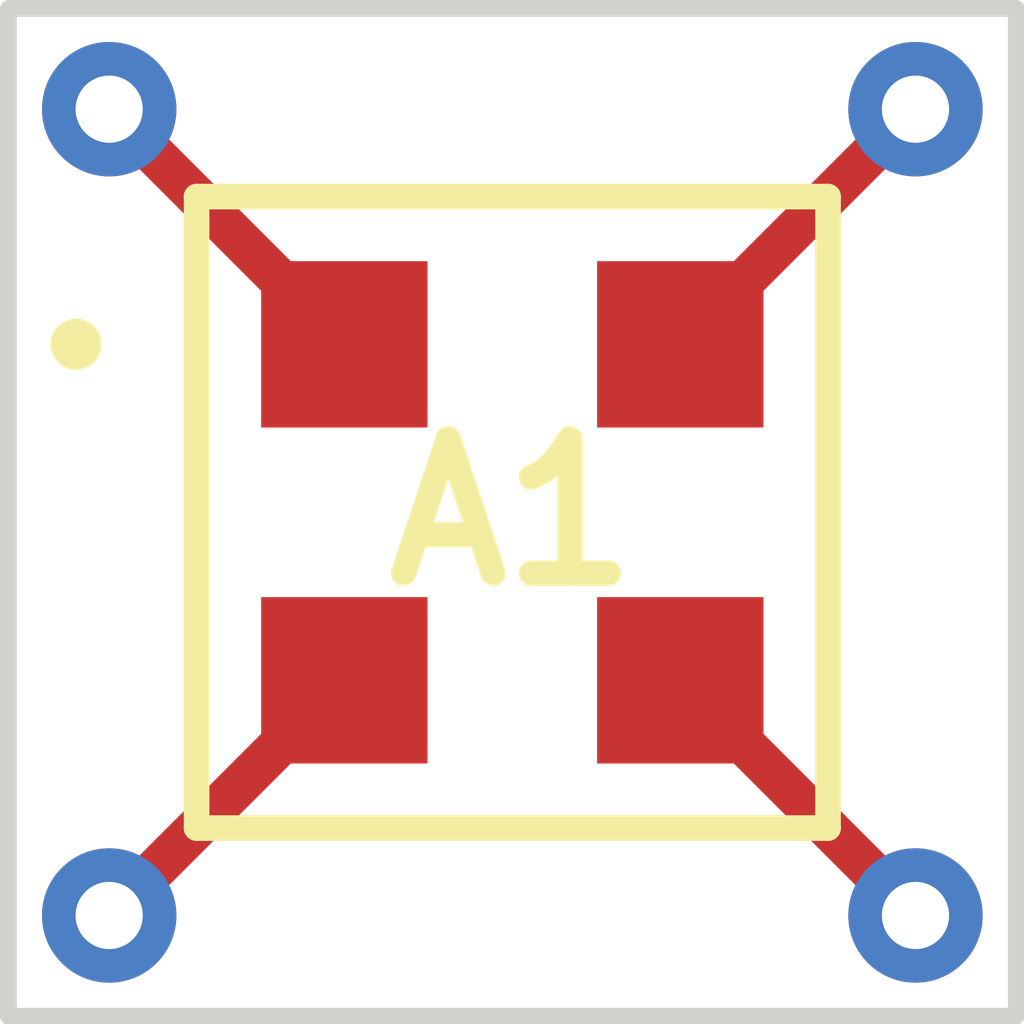
<source format=kicad_pcb>
(kicad_pcb (version 20221018) (generator pcbnew)
  (layers (0 "F.Cu" signal) (31 "B.Cu" signal) (34 "B.Paste" user) (35 "F.Paste" user) (36 "B.SilkS" user "B.Silkscreen") (37 "F.SilkS" user "F.Silkscreen") (38 "B.Mask" user) (39 "F.Mask" user) (44 "Edge.Cuts" user))
  (net 0 "")
  (footprint "NanoFloat Pressure Sensor:Pressure Sensor Footprint" (layer "F.Cu") (at 167.999999 63.999999)
    (fp_text reference "A1" (at 0 0 unlocked) (layer "F.SilkS") (effects (font (size 0.8 0.8))))
    (fp_text value "Pressure Sensor Footprint" hide)
    (fp_line (start -1.8796 -1.8796) (end -1.8796 1.8796) (stroke (width 0.1524)) (layer "F.SilkS"))
    (fp_line (start -1.8796 1.8796) (end 1.8796 1.8796) (stroke (width 0.1524)) (layer "F.SilkS"))
    (fp_line (start 1.8796 -1.8796) (end -1.8796 -1.8796) (stroke (width 0.1524)) (layer "F.SilkS"))
    (fp_line (start 1.8796 1.8796) (end 1.8796 -1.8796) (stroke (width 0.1524)) (layer "F.SilkS"))
    (fp_circle (center -2.5969 -1) (end -2.5207 -1) (stroke (width 0.1524)) (fill none) (layer "F.SilkS"))
    (pad "1" smd rect (at -1.000001 -1.000001) (size 0.9906 0.9906) (layers "F.Cu" "F.Paste" "F.Mask"))
    (pad "2" smd rect (at -1.000001 1.000001) (size 0.9906 0.9906) (layers "F.Cu" "F.Paste" "F.Mask"))
    (pad "3" smd rect (at 1.000001 1.000001) (size 0.9906 0.9906) (layers "F.Cu" "F.Paste" "F.Mask"))
    (pad "4" smd rect (at 1.000001 -1.000001) (size 0.9906 0.9906) (layers "F.Cu" "F.Paste" "F.Mask"))
  )
  (gr_rect (start 165 61) (end 171 67) (stroke (width 0.1)) (fill none) (layer "Edge.Cuts"))
  (segment (start 166.999998 62.999998) (end 165.6 61.6) (width 0.25) (layer "F.Cu") (net 0))
  (segment (start 166.999998 65.000002) (end 165.6 66.4) (width 0.25) (layer "F.Cu") (net 0))
  (segment (start 169.000002 62.999998) (end 170.4 61.6) (width 0.25) (layer "F.Cu") (net 0))
  (segment (start 166.999998 65) (end 166.999998 65.000002) (width 0.25) (layer "F.Cu") (net 0))
  (segment (start 169 65) (end 170.4 66.4) (width 0.25) (layer "F.Cu") (net 0))
  (segment (start 169 62.999998) (end 169.000002 62.999998) (width 0.25) (layer "F.Cu") (net 0))
  (via (at 165.6 61.6) (size 0.8) (drill 0.4) (layers "F.Cu" "B.Cu") (net 0))
  (via (at 170.4 61.6) (size 0.8) (drill 0.4) (layers "F.Cu" "B.Cu") (net 0))
  (via (at 165.6 66.4) (size 0.8) (drill 0.4) (layers "F.Cu" "B.Cu") (net 0))
  (via (at 170.4 66.4) (size 0.8) (drill 0.4) (layers "F.Cu" "B.Cu") (net 0))
)
</source>
